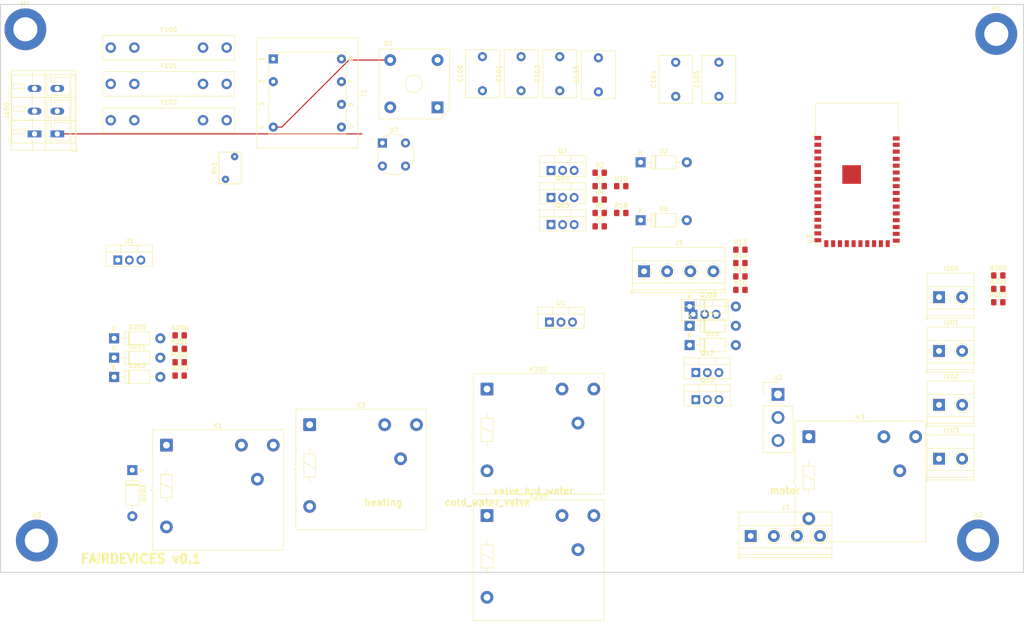
<source format=kicad_pcb>
(kicad_pcb (version 20240108) (generator "pcbnew") (generator_version "8.0")
  (layers (0 "F.Cu" signal) (31 "B.Cu" signal) (34 "B.Paste" user) (35 "F.Paste" user) (36 "B.SilkS" user "B.Silkscreen") (37 "F.SilkS" user "F.Silkscreen") (38 "B.Mask" user) (39 "F.Mask" user) (44 "Edge.Cuts" user))
  (net 0 "")
  (net 1 "Net-(D200-A)")
  (net 2 "Earth_Protective")
  (net 3 "+12V")
  (net 4 "Net-(Q15-A2)")
  (net 5 "Net-(D201-A)")
  (net 6 "Net-(D202-A)")
  (net 7 "Net-(J100-Pin_3)")
  (net 8 "drainpump2")
  (net 9 "drainpump1")
  (net 10 "Net-(C5-Pad2)")
  (net 11 "heating1")
  (net 12 "motorsensor2")
  (net 13 "motorsensor1")
  (net 14 "motor1")
  (net 15 "coldwatervalve2")
  (net 17 "hotwatervalve2")
  (net 19 "AC{slash}L")
  (net 20 "AC{slash}N")
  (net 22 "Net-(D203-A)")
  (net 26 "Trafo-Sek-2")
  (net 34 "Trafo-Sek-1")
  (net 36 "Net-(D2-A)")
  (net 48 "+3.3V")
  (net 52 "Net-(Q200-G)")
  (net 54 "Net-(D6-A)")
  (net 56 "Net-(D7-+)")
  (net 61 "Net-(D8-A)")
  (net 62 "Net-(D9-A)")
  (net 63 "Net-(D10-A)")
  (net 64 "Net-(Q201-G)")
  (net 65 "AC-Heating")
  (net 66 "AC-Motor")
  (net 67 "Net-(Q14-A)")
  (net 68 "Net-(Q2-A)")
  (net 69 "Net-(Q2-G)")
  (net 70 "Net-(Q12-A)")
  (net 71 "Net-(Q12-G)")
  (net 72 "Net-(Q13-A)")
  (net 73 "Net-(Q13-G)")
  (net 74 "Net-(Q14-G)")
  (net 75 "Net-(Q15-G)")
  (net 76 "Net-(Q202-G)")
  (net 77 "CNTL-heating")
  (net 78 "Net-(R4-Pad1)")
  (net 79 "Net-(Q6-G)")
  (net 80 "heatcontrol_n")
  (net 81 "freq")
  (net 82 "heatcontrol_p")
  (net 83 "Net-(Q7-G)")
  (net 84 "Net-(Q203-G)")
  (net 85 "CNTL-coldh2o")
  (net 86 "CNTR-warmh2o")
  (net 87 "heatcurrentsens")
  (net 88 "Net-(Q9-G)")
  (net 89 "motorleftright")
  (net 90 "Net-(Q10-G)")
  (net 91 "motorcontrolpos")
  (net 92 "motorcontrolneg")
  (net 93 "Net-(Q11-G)")
  (net 94 "motorcurrentsensor")
  (net 95 "CNTL-drainpump")
  (net 96 "Net-(Q5-G)")
  (net 97 "heatcontrol")
  (net 98 "sens_temperature")
  (footprint "MountingHole:MountingHole_5.3mm_M5_DIN965_Pad_TopBottom" (layer "F.Cu") (at 33 143)
    (property "Reference" "H3" (at 0 -5.6 0) (layer "F.SilkS"))
    (property "Value" "MountingHole")
    (pad "1" thru_hole circle (at 0 0) (size 5.7 5.7) (drill 5.3) (layers "*.Cu" "*.Mask"))
    (pad "1" connect circle (at 0 0) (size 9.2 9.2) (layers "F.Cu" "F.Mask"))
    (pad "1" connect circle (at 0 0) (size 9.2 9.2) (layers "B.Cu" "B.Mask"))
  )
  (footprint "Capacitor_THT:C_Rect_L10.3mm_W7.2mm_P7.50mm_MKS4" (layer "F.Cu") (at 148 44 90)
    (property "Reference" "C102" (at 3.75 -4.85 90) (layer "F.SilkS"))
    (property "Value" "C")
    (pad "1" thru_hole circle (at 0 0 90) (size 2 2) (drill 1) (layers "*.Cu" "*.Mask") (net 3 "+12V"))
    (pad "2" thru_hole circle (at 7.5 0 90) (size 2 2) (drill 1) (layers "*.Cu" "*.Mask") (net 2 "Earth_Protective"))
  )
  (footprint "Diode_THT:D_DO-41_SOD81_P10.16mm_Horizontal" (layer "F.Cu") (at 176.56 99.99)
    (property "Reference" "D10" (at 5.08 -2.47 0) (layer "F.SilkS"))
    (property "Value" "1N4001")
    (fp_text user "K" (at 0 -2.1 0) (layer "F.SilkS"))
    (pad "1" thru_hole rect (at 0 0) (size 2.2 2.2) (drill 1.1) (layers "*.Cu" "*.Mask") (net 3 "+12V"))
    (pad "2" thru_hole oval (at 10.16 0) (size 2.2 2.2) (drill 1.1) (layers "*.Cu" "*.Mask") (net 63 "Net-(D10-A)"))
  )
  (footprint "Resistor_SMD:R_0805_2012Metric_Pad1.20x1.40mm_HandSolder" (layer "F.Cu") (at 156.78 70.9)
    (property "Reference" "R5" (at 0 -1.65 0) (layer "F.SilkS"))
    (property "Value" "R_Small")
    (pad "1" smd roundrect (at -1 0) (size 1.2 1.4) (layers "F.Cu" "F.Paste" "F.Mask") (roundrect_rratio 0.208333) (net 80 "heatcontrol_n"))
    (pad "2" smd roundrect (at 1 0) (size 1.2 1.4) (layers "F.Cu" "F.Paste" "F.Mask") (roundrect_rratio 0.208333) (net 79 "Net-(Q6-G)"))
  )
  (footprint "Capacitor_THT:C_Rect_L10.3mm_W7.2mm_P7.50mm_MKS4" (layer "F.Cu") (at 156.5 44.245 90)
    (property "Reference" "C103" (at 3.75 -4.85 90) (layer "F.SilkS"))
    (property "Value" "C")
    (pad "1" thru_hole circle (at 0 0 90) (size 2 2) (drill 1) (layers "*.Cu" "*.Mask") (net 3 "+12V"))
    (pad "2" thru_hole circle (at 7.5 0 90) (size 2 2) (drill 1) (layers "*.Cu" "*.Mask") (net 2 "Earth_Protective"))
  )
  (footprint "Diode_THT:Diode_Bridge_Round_D8.9mm" (layer "F.Cu") (at 109 55.5)
    (property "Reference" "D7" (at 2.54 -2.794 0) (layer "F.SilkS"))
    (property "Value" "D_Bridge_+-AA")
    (pad "1" thru_hole rect (at 0 0) (size 2 2) (drill 1) (layers "*.Cu" "*.Mask") (net 56 "Net-(D7-+)"))
    (pad "2" thru_hole oval (at 0 5.08) (size 2 2) (drill 1) (layers "*.Cu" "*.Mask") (net 2 "Earth_Protective"))
    (pad "3" thru_hole oval (at 5.08 5.08) (size 2 2) (drill 1) (layers "*.Cu" "*.Mask") (net 34 "Trafo-Sek-1"))
    (pad "4" thru_hole oval (at 5.08 0) (size 2 2) (drill 1) (layers "*.Cu" "*.Mask") (net 34 "Trafo-Sek-1"))
  )
  (footprint "MountingHole:MountingHole_5.3mm_M5_DIN965_Pad_TopBottom" (layer "F.Cu") (at 240 143)
    (property "Reference" "H2" (at 0 -5.6 0) (layer "F.SilkS"))
    (property "Value" "MountingHole")
    (pad "1" thru_hole circle (at 0 0) (size 5.7 5.7) (drill 5.3) (layers "*.Cu" "*.Mask"))
    (pad "1" connect circle (at 0 0) (size 9.2 9.2) (layers "F.Cu" "F.Mask"))
    (pad "1" connect circle (at 0 0) (size 9.2 9.2) (layers "B.Cu" "B.Mask"))
  )
  (footprint "Package_TO_SOT_THT:TO-220-3_Vertical" (layer "F.Cu") (at 177.92 112)
    (property "Reference" "Q13" (at 2.54 -4.27 0) (layer "F.SilkS"))
    (property "Value" "TIC126")
    (pad "1" thru_hole rect (at 0 0) (size 1.905 2) (drill 1.1) (layers "*.Cu" "*.Mask") (net 70 "Net-(Q12-A)"))
    (pad "2" thru_hole oval (at 2.54 0) (size 1.905 2) (drill 1.1) (layers "*.Cu" "*.Mask") (net 72 "Net-(Q13-A)"))
    (pad "3" thru_hole oval (at 5.08 0) (size 1.905 2) (drill 1.1) (layers "*.Cu" "*.Mask") (net 73 "Net-(Q13-G)"))
  )
  (footprint "Resistor_SMD:R_0805_2012Metric_Pad1.20x1.40mm_HandSolder" (layer "F.Cu") (at 156.78 73.85)
    (property "Reference" "R7" (at 0 -1.65 0) (layer "F.SilkS"))
    (property "Value" "R_Small")
    (pad "1" smd roundrect (at -1 0) (size 1.2 1.4) (layers "F.Cu" "F.Paste" "F.Mask") (roundrect_rratio 0.208333) (net 82 "heatcontrol_p"))
    (pad "2" smd roundrect (at 1 0) (size 1.2 1.4) (layers "F.Cu" "F.Paste" "F.Mask") (roundrect_rratio 0.208333) (net 83 "Net-(Q7-G)"))
  )
  (footprint "MountingHole:MountingHole_5.3mm_M5_DIN965_Pad_TopBottom" (layer "F.Cu") (at 30.48 30.48)
    (property "Reference" "H4" (at 0 -5.6 0) (layer "F.SilkS"))
    (property "Value" "MountingHole")
    (pad "1" thru_hole circle (at 0 0) (size 5.7 5.7) (drill 5.3) (layers "*.Cu" "*.Mask"))
    (pad "1" connect circle (at 0 0) (size 9.2 9.2) (layers "F.Cu" "F.Mask"))
    (pad "1" connect circle (at 0 0) (size 9.2 9.2) (layers "B.Cu" "B.Mask"))
  )
  (footprint "Resistor_SMD:R_0805_2012Metric_Pad1.20x1.40mm_HandSolder" (layer "F.Cu") (at 187.73 81.93)
    (property "Reference" "R14" (at 0 -1.65 0) (layer "F.SilkS"))
    (property "Value" "R_Small")
    (pad "1" smd roundrect (at -1 0) (size 1.2 1.4) (layers "F.Cu" "F.Paste" "F.Mask") (roundrect_rratio 0.208333) (net 91 "motorcontrolpos"))
    (pad "2" smd roundrect (at 1 0) (size 1.2 1.4) (layers "F.Cu" "F.Paste" "F.Mask") (roundrect_rratio 0.208333) (net 90 "Net-(Q10-G)"))
  )
  (footprint "TerminalBlock_Phoenix:TerminalBlock_Phoenix_MKDS-1,5-4-5.08_1x04_P5.08mm_Horizontal" (layer "F.Cu") (at 190 142)
    (property "Reference" "J3" (at 7.62 -6.26 0) (layer "F.SilkS"))
    (property "Value" "Conn_01x04_Female")
    (pad "1" thru_hole rect (at 0 0) (size 2.6 2.6) (drill 1.3) (layers "*.Cu" "*.Mask") (net 12 "motorsensor2"))
    (pad "2" thru_hole circle (at 5.08 0) (size 2.6 2.6) (drill 1.3) (layers "*.Cu" "*.Mask") (net 13 "motorsensor1"))
    (pad "3" thru_hole circle (at 10.16 0) (size 2.6 2.6) (drill 1.3) (layers "*.Cu" "*.Mask") (net 20 "AC{slash}N"))
    (pad "4" thru_hole circle (at 15.24 0) (size 2.6 2.6) (drill 1.3) (layers "*.Cu" "*.Mask") (net 14 "motor1"))
  )
  (footprint "Relay_THT:Relay_SPDT_Finder_40.11" (layer "F.Cu") (at 93 117.5)
    (property "Reference" "K2" (at 11.35 -4.3 0) (layer "F.SilkS"))
    (property "Value" "Relay_SPDT")
    (pad "11" thru_hole circle (at 20 7.5) (size 2.8 2.8) (drill 1.5) (layers "*.Cu" "*.Mask") (net 17 "hotwatervalve2"))
    (pad "12" thru_hole circle (at 16.5 0) (size 2.8 2.8) (drill 1.5) (layers "*.Cu" "*.Mask"))
    (pad "14" thru_hole circle (at 23.5 0) (size 2.8 2.8) (drill 1.5) (layers "*.Cu" "*.Mask") (net 19 "AC{slash}L"))
    (pad "A1" thru_hole roundrect (at 0 0) (size 2.8 2.8) (drill 1.5) (layers "*.Cu" "*.Mask") (roundrect_rratio 0.08928571429) (net 3 "+12V"))
    (pad "A2" thru_hole circle (at 0 18) (size 2.8 2.8) (drill 1.5) (layers "*.Cu" "*.Mask") (net 5 "Net-(D201-A)"))
  )
  (footprint "Resistor_SMD:R_0805_2012Metric_Pad1.20x1.40mm_HandSolder" (layer "F.Cu") (at 156.78 62.05)
    (property "Reference" "R2" (at 0 -1.65 0) (layer "F.SilkS"))
    (property "Value" "R_Small")
    (pad "1" smd roundrect (at -1 0) (size 1.2 1.4) (layers "F.Cu" "F.Paste" "F.Mask") (roundrect_rratio 0.208333) (net 75 "Net-(Q15-G)"))
    (pad "2" smd roundrect (at 1 0) (size 1.2 1.4) (layers "F.Cu" "F.Paste" "F.Mask") (roundrect_rratio 0.208333) (net 11 "heating1"))
  )
  (footprint "Package_TO_SOT_THT:TO-220-3_Vertical" (layer "F.Cu") (at 146.09 73.47)
    (property "Reference" "Q15" (at 2.54 -4.27 0) (layer "F.SilkS"))
    (property "Value" "BT138-600")
    (pad "1" thru_hole rect (at 0 0) (size 1.905 2) (drill 1.1) (layers "*.Cu" "*.Mask") (net 11 "heating1"))
    (pad "2" thru_hole oval (at 2.54 0) (size 1.905 2) (drill 1.1) (layers "*.Cu" "*.Mask") (net 4 "Net-(Q15-A2)"))
    (pad "3" thru_hole oval (at 5.08 0) (size 1.905 2) (drill 1.1) (layers "*.Cu" "*.Mask") (net 75 "Net-(Q15-G)"))
  )
  (footprint "Resistor_SMD:R_0805_2012Metric_Pad1.20x1.40mm_HandSolder" (layer "F.Cu") (at 64.41 103.75)
    (property "Reference" "R202" (at 0 -1.65 0) (layer "F.SilkS"))
    (property "Value" "R_Small")
    (pad "1" smd roundrect (at -1 0) (size 1.2 1.4) (layers "F.Cu" "F.Paste" "F.Mask") (roundrect_rratio 0.208333) (net 77 "CNTL-heating"))
    (pad "2" smd roundrect (at 1 0) (size 1.2 1.4) (layers "F.Cu" "F.Paste" "F.Mask") (roundrect_rratio 0.208333) (net 76 "Net-(Q202-G)"))
  )
  (footprint "Resistor_SMD:R_0805_2012Metric_Pad1.20x1.40mm_HandSolder" (layer "F.Cu") (at 64.41 100.8)
    (property "Reference" "R201" (at 0 -1.65 0) (layer "F.SilkS"))
    (property "Value" "R_Small")
    (pad "1" smd roundrect (at -1 0) (size 1.2 1.4) (layers "F.Cu" "F.Paste" "F.Mask") (roundrect_rratio 0.208333) (net 86 "CNTR-warmh2o"))
    (pad "2" smd roundrect (at 1 0) (size 1.2 1.4) (layers "F.Cu" "F.Paste" "F.Mask") (roundrect_rratio 0.208333) (net 64 "Net-(Q201-G)"))
  )
  (footprint "Resistor_SMD:R_0805_2012Metric_Pad1.20x1.40mm_HandSolder" (layer "F.Cu") (at 64.41 106.7)
    (property "Reference" "R203" (at 0 -1.65 0) (layer "F.SilkS"))
    (property "Value" "R_Small")
    (pad "1" smd roundrect (at -1 0) (size 1.2 1.4) (layers "F.Cu" "F.Paste" "F.Mask") (roundrect_rratio 0.208333) (net 95 "CNTL-drainpump"))
    (pad "2" smd roundrect (at 1 0) (size 1.2 1.4) (layers "F.Cu" "F.Paste" "F.Mask") (roundrect_rratio 0.208333) (net 84 "Net-(Q203-G)"))
  )
  (footprint "Package_TO_SOT_THT:TO-220-3_Vertical" (layer "F.Cu") (at 177.92 106.04)
    (property "Reference" "Q12" (at 2.54 -4.27 0) (layer "F.SilkS"))
    (property "Value" "TIC126")
    (pad "1" thru_hole rect (at 0 0) (size 1.905 2) (drill 1.1) (layers "*.Cu" "*.Mask") (net 14 "motor1"))
    (pad "2" thru_hole oval (at 2.54 0) (size 1.905 2) (drill 1.1) (layers "*.Cu" "*.Mask") (net 70 "Net-(Q12-A)"))
    (pad "3" thru_hole oval (at 5.08 0) (size 1.905 2) (drill 1.1) (layers "*.Cu" "*.Mask") (net 71 "Net-(Q12-G)"))
  )
  (footprint "Package_TO_SOT_THT:TO-220-3_Vertical" (layer "F.Cu") (at 177.34 93.22)
    (property "Reference" "Q2" (at 2.54 -4.27 0) (layer "F.SilkS"))
    (property "Value" "TIC126")
    (pad "1" thru_hole rect (at 0 0) (size 1.905 2) (drill 1.1) (layers "*.Cu" "*.Mask") (net 67 "Net-(Q14-A)"))
    (pad "2" thru_hole oval (at 2.54 0) (size 1.905 2) (drill 1.1) (layers "*.Cu" "*.Mask") (net 68 "Net-(Q2-A)"))
    (pad "3" thru_hole oval (at 5.08 0) (size 1.905 2) (drill 1.1) (layers "*.Cu" "*.Mask") (net 69 "Net-(Q2-G)"))
  )
  (footprint "Package_TO_SOT_THT:TO-220-3_Vertical" (layer "F.Cu") (at 146.09 67.51)
    (property "Reference" "Q14" (at 2.54 -4.27 0) (layer "F.SilkS"))
    (property "Value" "TIC126")
    (pad "1" thru_hole rect (at 0 0) (size 1.905 2) (drill 1.1) (layers "*.Cu" "*.Mask") (net 11 "heating1"))
    (pad "2" thru_hole oval (at 2.54 0) (size 1.905 2) (drill 1.1) (layers "*.Cu" "*.Mask") (net 67 "Net-(Q14-A)"))
    (pad "3" thru_hole oval (at 5.08 0) (size 1.905 2) (drill 1.1) (layers "*.Cu" "*.Mask") (net 74 "Net-(Q14-G)"))
  )
  (footprint "Fuse:Fuseholder_Littelfuse_445_030_series_5x25mm" (layer "F.Cu") (at 49.25 42.5)
    (property "Reference" "F101" (at 12.75 -3.95 0) (layer "F.SilkS"))
    (property "Value" "Fuse")
    (pad "1" thru_hole circle (at 0 0) (size 2.3 2.3) (drill 1.3) (layers "*.Cu" "*.Mask") (net 7 "Net-(J100-Pin_3)"))
    (pad "1" thru_hole circle (at 5.2 0) (size 2.3 2.3) (drill 1.3) (layers "*.Cu" "*.Mask") (net 7 "Net-(J100-Pin_3)"))
    (pad "2" thru_hole circle (at 20.3 0) (size 2.3 2.3) (drill 1.3) (layers "*.Cu" "*.Mask") (net 65 "AC-Heating"))
    (pad "2" thru_hole circle (at 25.5 0) (size 2.3 2.3) (drill 1.3) (layers "*.Cu" "*.Mask") (net 65 "AC-Heating"))
  )
  (footprint "Capacitor_THT:C_Rect_L10.3mm_W7.2mm_P7.50mm_MKS4" (layer "F.Cu") (at 139.5 44 90)
    (property "Reference" "C101" (at 3.75 -4.85 90) (layer "F.SilkS"))
    (property "Value" "C")
    (pad "1" thru_hole circle (at 0 0 90) (size 2 2) (drill 1) (layers "*.Cu" "*.Mask") (net 3 "+12V"))
    (pad "2" thru_hole circle (at 7.5 0 90) (size 2 2) (drill 1) (layers "*.Cu" "*.Mask") (net 2 "Earth_Protective"))
  )
  (footprint "Package_TO_SOT_THT:TO-220-3_Vertical" (layer "F.Cu") (at 145.73 94.93)
    (property "Reference" "U1" (at 2.54 -4.27 0) (layer "F.SilkS"))
    (property "Value" "LF50_TO220")
    (pad "1" thru_hole rect (at 0 0) (size 1.905 2) (drill 1.1) (layers "*.Cu" "*.Mask") (net 3 "+12V"))
    (pad "2" thru_hole oval (at 2.54 0) (size 1.905 2) (drill 1.1) (layers "*.Cu" "*.Mask") (net 2 "Earth_Protective"))
    (pad "3" thru_hole oval (at 5.08 0) (size 1.905 2) (drill 1.1) (layers "*.Cu" "*.Mask") (net 48 "+3.3V"))
  )
  (footprint "Capacitor_THT:C_Rect_L10.3mm_W7.2mm_P7.50mm_MKS4" (layer "F.Cu") (at 173.5 45.245 90)
    (property "Reference" "C104" (at 3.75 -4.85 90) (layer "F.SilkS"))
    (property "Value" "C")
    (pad "1" thru_hole circle (at 0 0 90) (size 2 2) (drill 1) (layers "*.Cu" "*.Mask") (net 48 "+3.3V"))
    (pad "2" thru_hole circle (at 7.5 0 90) (size 2 2) (drill 1) (layers "*.Cu" "*.Mask") (net 2 "Earth_Protective"))
  )
  (footprint "Resistor_SMD:R_0805_2012Metric_Pad1.20x1.40mm_HandSolder" (layer "F.Cu") (at 161.53 65)
    (property "Reference" "R10" (at 0 -1.65 0) (layer "F.SilkS"))
    (property "Value" "R_Small")
    (pad "1" smd roundrect (at -1 0) (size 1.2 1.4) (layers "F.Cu" "F.Paste" "F.Mask") (roundrect_rratio 0.208333) (net 2 "Earth_Protective"))
    (pad "2" smd roundrect (at 1 0) (size 1.2 1.4) (layers "F.Cu" "F.Paste" "F.Mask") (roundrect_rratio 0.208333) (net 87 "heatcurrentsens"))
  )
  (footprint "Resistor_SMD:R_0805_2012Metric_Pad1.20x1.40mm_HandSolder" (layer "F.Cu") (at 244.45 90.56)
    (property "Reference" "R302" (at 0 -1.65 0) (layer "F.SilkS"))
    (property "Value" "R_Small")
    (pad "1" smd roundrect (at -1 0) (size 1.2 1.4) (layers "F.Cu" "F.Paste" "F.Mask") (roundrect_rratio 0.208333) (net 48 "+3.3V"))
    (pad "2" smd roundrect (at 1 0) (size 1.2 1.4) (layers "F.Cu" "F.Paste" "F.Mask") (roundrect_rratio 0.208333) (net 98 "sens_temperature"))
  )
  (footprint "Diode_THT:D_DO-41_SOD81_P10.16mm_Horizontal" (layer "F.Cu") (at 54 127.5 -90)
    (property "Reference" "D203" (at 5.08 -2.47 90) (layer "F.SilkS"))
    (property "Value" "1N4001")
    (fp_text user "K" (at 0 -2.1 90) (layer "F.SilkS"))
    (pad "1" thru_hole rect (at 0 0 270) (size 2.2 2.2) (drill 1.1) (layers "*.Cu" "*.Mask") (net 3 "+12V"))
    (pad "2" thru_hole oval (at 10.16 0 270) (size 2.2 2.2) (drill 1.1) (layers "*.Cu" "*.Mask") (net 22 "Net-(D203-A)"))
  )
  (footprint "Diode_THT:D_DO-41_SOD81_P10.16mm_Horizontal" (layer "F.Cu") (at 50 98.5)
    (property "Reference" "D200" (at 5.08 -2.47 0) (layer "F.SilkS"))
    (property "Value" "1N4001")
    (fp_text user "K" (at 0 -2.1 0) (layer "F.SilkS"))
    (pad "1" thru_hole rect (at 0 0) (size 2.2 2.2) (drill 1.1) (layers "*.Cu" "*.Mask") (net 3 "+12V"))
    (pad "2" thru_hole oval (at 10.16 0) (size 2.2 2.2) (drill 1.1) (layers "*.Cu" "*.Mask") (net 1 "Net-(D200-A)"))
  )
  (footprint "Relay_THT:Relay_SPDT_Finder_40.11" (layer "F.Cu") (at 132 137.5)
    (property "Reference" "K203" (at 11.35 -4.3 0) (layer "F.SilkS"))
    (property "Value" "AZ850-x")
    (pad "11" thru_hole circle (at 20 7.5) (size 2.8 2.8) (drill 1.5) (layers "*.Cu" "*.Mask"))
    (pad "12" thru_hole circle (at 16.5 0) (size 2.8 2.8) (drill 1.5) (layers "*.Cu" "*.Mask"))
    (pad "14" thru_hole circle (at 23.5 0) (size 2.8 2.8) (drill 1.5) (layers "*.Cu" "*.Mask"))
    (pad "A1" thru_hole roundrect (at 0 0) (size 2.8 2.8) (drill 1.5) (layers "*.Cu" "*.Mask") (roundrect_rratio 0.08928571429))
    (pad "A2" thru_hole circle (at 0 18) (size 2.8 2.8) (drill 1.5) (layers "*.Cu" "*.Mask"))
  )
  (footprint "Resistor_SMD:R_0805_2012Metric_Pad1.20x1.40mm_HandSolder" (layer "F.Cu") (at 187.73 84.88)
    (property "Reference" "R15" (at 0 -1.65 0) (layer "F.SilkS"))
    (property "Value" "R_Small")
    (pad "1" smd roundrect (at -1 0) (size 1.2 1.4) (layers "F.Cu" "F.Paste" "F.Mask") (roundrect_rratio 0.208333) (net 92 "motorcontrolneg"))
    (pad "2" smd roundrect (at 1 0) (size 1.2 1.4) (layers "F.Cu" "F.Paste" "F.Mask") (roundrect_rratio 0.208333) (net 93 "Net-(Q11-G)"))
  )
  (footprint "Resistor_SMD:R_0805_2012Metric_Pad1.20x1.40mm_HandSolder" (layer "F.Cu") (at 156.78 67.95)
    (property "Reference" "R4" (at 0 -1.65 0) (layer "F.SilkS"))
    (property "Value" "R_Small")
    (pad "1" smd roundrect (at -1 0) (size 1.2 1.4) (layers "F.Cu" "F.Paste" "F.Mask") (roundrect_rratio 0.208333) (net 78 "Net-(R4-Pad1)"))
    (pad "2" smd roundrect (at 1 0) (size 1.2 1.4) (layers "F.Cu" "F.Paste" "F.Mask") (roundrect_rratio 0.208333) (net 4 "Net-(Q15-A2)"))
  )
  (footprint "Diode_THT:D_DO-41_SOD81_P10.16mm_Horizontal" (layer "F.Cu") (at 176.56 95.74)
    (property "Reference" "D9" (at 5.08 -2.47 0) (layer "F.SilkS"))
    (property "Value" "1N4001")
    (fp_text user "K" (at 0 -2.1 0) (layer "F.SilkS"))
    (pad "1" thru_hole rect (at 0 0) (size 2.2 2.2) (drill 1.1) (layers "*.Cu" "*.Mask") (net 3 "+12V"))
    (pad "2" thru_hole oval (at 10.16 0) (size 2.2 2.2) (drill 1.1) (layers "*.Cu" "*.Mask") (net 62 "Net-(D9-A)"))
  )
  (footprint "Diode_THT:D_DO-41_SOD81_P10.16mm_Horizontal" (layer "F.Cu") (at 176.56 91.49)
    (property "Reference" "D8" (at 5.08 -2.47 0) (layer "F.SilkS"))
    (property "Value" "1N4001")
    (fp_text user "K" (at 0 -2.1 0) (layer "F.SilkS"))
    (pad "1" thru_hole rect (at 0 0) (size 2.2 2.2) (drill 1.1) (layers "*.Cu" "*.Mask") (net 3 "+12V"))
    (pad "2" thru_hole oval (at 10.16 0) (size 2.2 2.2) (drill 1.1) (layers "*.Cu" "*.Mask") (net 61 "Net-(D8-A)"))
  )
  (footprint "Fuse:Fuseholder_Littelfuse_445_030_series_5x25mm" (layer "F.Cu") (at 49.25 50.5)
    (property "Reference" "F102" (at 12.75 -3.95 0) (layer "F.SilkS"))
    (property "Value" "Fuse")
    (pad "1" thru_hole circle (at 0 0) (size 2.3 2.3) (drill 1.3) (layers "*.Cu" "*.Mask") (net 7 "Net-(J100-Pin_3)"))
    (pad "1" thru_hole circle (at 5.2 0) (size 2.3 2.3) (drill 1.3) (layers "*.Cu" "*.Mask") (net 7 "Net-(J100-Pin_3)"))
    (pad "2" thru_hole circle (at 20.3 0) (size 2.3 2.3) (drill 1.3) (layers "*.Cu" "*.Mask") (net 66 "AC-Motor"))
    (pad "2" thru_hole circle (at 25.5 0) (size 2.3 2.3) (drill 1.3) (layers "*.Cu" "*.Mask") (net 66 "AC-Motor"))
  )
  (footprint "Capacitor_THT:C_Rect_L10.3mm_W7.2mm_P7.50mm_MKS4" (layer "F.Cu") (at 183 45.245 90)
    (property "Reference" "C105" (at 3.75 -4.85 90) (layer "F.SilkS"))
    (property "Value" "C")
    (pad "1" thru_hole circle (at 0 0 90) (size 2 2) (drill 1) (layers "*.Cu" "*.Mask") (net 48 "+3.3V"))
    (pad "2" thru_hole circle (at 7.5 0 90) (size 2 2) (drill 1) (layers "*.Cu" "*.Mask") (net 2 "Earth_Protective"))
  )
  (footprint "Resistor_SMD:R_0805_2012Metric_Pad1.20x1.40mm_HandSolder" (layer "F.Cu") (at 244.45 87.61)
    (property "Reference" "R301" (at 0 -1.65 0) (layer "F.SilkS"))
    (property "Value" "R_Small")
    (pad "1" smd roundrect (at -1 0) (size 1.2 1.4) (layers "F.Cu" "F.Paste" "F.Mask") (roundrect_rratio 0.208333) (net 81 "freq"))
    (pad "2" smd roundrect (at 1 0) (size 1.2 1.4) (layers "F.Cu" "F.Paste" "F.Mask") (roundrect_rratio 0.208333) (net 2 "Earth_Protective"))
  )
  (footprint "Resistor_SMD:R_0805_2012Metric_Pad1.20x1.40mm_HandSolder" (layer "F.Cu") (at 161.53 70.9)
    (property "Reference" "R18" (at 0 -1.65 0) (layer "F.SilkS"))
    (property "Value" "R_Small")
    (pad "1" smd roundrect (at -1 0) (size 1.2 1.4) (layers "F.Cu" "F.Paste" "F.Mask") (roundrect_rratio 0.208333) (net 97 "heatcontrol"))
    (pad "2" smd roundrect (at 1 0) (size 1.2 1.4) (layers "F.Cu" "F.Paste" "F.Mask") (roundrect_rratio 0.208333) (net 96 "Net-(Q5-G)"))
  )
  (footprint "TerminalBlock_Phoenix:TerminalBlock_Phoenix_MKDS-1,5-4-5.08_1x04_P5.08mm_Horizontal" (layer "F.Cu") (at 166.55 83.74)
    (property "Reference" "J3" (at 7.62 -6.26 0) (layer "F.SilkS"))
    (property "Value" "Conn_01x04_Female")
    (pad "1" thru_hole rect (at 0 0) (size 2.6 2.6) (drill 1.3) (layers "*.Cu" "*.Mask") (net 12 "motorsensor2"))
    (pad "2" thru_hole circle (at 5.08 0) (size 2.6 2.6) (drill 1.3) (layers "*.Cu" "*.Mask") (net 13 "motorsensor1"))
    (pad "3" thru_hole circle (at 10.16 0) (size 2.6 2.6) (drill 1.3) (layers "*.Cu" "*.Mask") (net 20 "AC{slash}N"))
    (pad "4" thru_hole circle (at 15.24 0) (size 2.6 2.6) (drill 1.3) (layers "*.Cu" "*.Mask") (net 14 "motor1"))
  )
  (footprint "Resistor_SMD:R_0805_2012Metric_Pad1.20x1.40mm_HandSolder" (layer "F.Cu") (at 64.41 97.85)
    (property "Reference" "R200" (at 0 -1.65 0) (layer "F.SilkS"))
    (property "Value" "R_Small")
    (pad "1" smd roundrect (at -1 0) (size 1.2 1.4) (layers "F.Cu" "F.Paste" "F.Mask") (roundrect_rratio 0.208333) (net 85 "CNTL-coldh2o"))
    (pad "2" smd roundrect (at 1 0) (size 1.2 1.4) (layers "F.Cu" "F.Paste" "F.Mask") (roundrect_rratio 0.208333) (net 52 "Net-(Q200-G)"))
  )
  (footprint "Capacitor_THT:C_Rect_L10.3mm_W7.2mm_P7.50mm_MKS4" (layer "F.Cu") (at 131 44 90)
    (property "Reference" "C100" (at 3.75 -4.85 90) (layer "F.SilkS"))
    (property "Value" "C")
    (pad "1" thru_hole circle (at 0 0 90) (size 2 2) (drill 1) (layers "*.Cu" "*.Mask") (net 3 "+12V"))
    (pad "2" thru_hole circle (at 7.5 0 90) (size 2 2) (drill 1) (layers "*.Cu" "*.Mask") (net 2 "Earth_Protective"))
  )
  (footprint "TerminalBlock_WAGO:TerminalBlock_WAGO_236-403_1x03_P5.00mm_45Degree" (layer "F.Cu") (at 32.5 53.5 90)
    (property "Reference" "J100" (at 5.15 -6.12 90) (layer "F.SilkS"))
    (property "Value" "Conn_01x03_Female")
    (pad "1" thru_hole rect (at 0 0 90) (size 1.5 3) (drill 1.15) (layers "*.Cu" "*.Mask") (net 2 "Earth_Protective"))
    (pad "1" thru_hole rect (at 0 5 90) (size 1.5 3) (drill 1.15) (layers "*.Cu" "*.Mask") (net 2 "Earth_Protective"))
    (pad "2" thru_hole oval (at 5 0 90) (size 1.5 3) (drill 1.15) (layers "*.Cu" "*.Mask") (net 20 "AC{slash}N"))
    (pad "2" thru_hole oval (at 5 5 90) (size 1.5 3) (drill 1.15) (layers "*.Cu" "*.Mask") (net 20 "AC{slash}N"))
    (pad "3" thru_hole oval (at 10 0 90) (size 1.5 3) (drill 1.15) (layers "*.Cu" "*.Mask") (net 7 "Net-(J100-Pin_3)"))
    (pad "3" thru_hole oval (at 10 5 90) (size 1.5 3) (drill 1.15) (layers "*.Cu" "*.Mask") (net 7 "Net-(J100-Pin_3)"))
  )
  (footprint "Resistor_SMD:R_0805_2012Metric_Pad1.20x1.40mm_HandSolder" (layer "F.Cu") (at 244.45 84.66)
    (property "Reference" "R300" (at 0 -1.65 0) (layer "F.SilkS"))
    (property "Value" "R_Small")
    (pad "1" smd roundrect (at -1 0) (size 1.2 1.4) (layers "F.Cu" "F.Paste" "F.Mask") (roundrect_rratio 0.208333) (net 56 "Net-(D7-+)"))
    (pad "2" smd roundrect (at 1 0) (size 1.2 1.4) (layers "F.Cu" "F.Paste" "F.Mask") (roundrect_rratio 0.208333) (net 81 "freq"))
  )
  (footprint "TerminalBlock_Phoenix:TerminalBlock_Phoenix_MKDS-1,5-2-5.08_1x02_P5.08mm_Horizontal" (layer "F.Cu") (at 231.42 101.28)
    (property "Reference" "J201" (at 2.54 -6.26 0) (layer "F.SilkS"))
    (property "Value" "Conn_01x02_Female")
    (pad "1" thru_hole rect (at 0 0) (size 2.6 2.6) (drill 1.3) (layers "*.Cu" "*.Mask") (net 17 "hotwatervalve2"))
    (pad "2" thru_hole circle (at 5.08 0) (size 2.6 2.6) (drill 1.3) (layers "*.Cu" "*.Mask") (net 20 "AC{slash}N"))
  )
  (footprint "Diode_THT:D_DO-41_SOD81_P10.16mm_Horizontal" (layer "F.Cu") (at 50 107)
    (property "Reference" "D202" (at 5.08 -2.47 0) (layer "F.SilkS"))
    (property "Value" "1N4001")
    (fp_text user "K" (at 0 -2.1 0) (layer "F.SilkS"))
    (pad "1" thru_hole rect (at 0 0) (size 2.2 2.2) (drill 1.1) (layers "*.Cu" "*.Mask") (net 3 "+12V"))
    (pad "2" thru_hole oval (at 10.16 0) (size 2.2 2.2) (drill 1.1) (layers "*.Cu" "*.Mask") (net 6 "Net-(D202-A)"))
  )
  (footprint "Diode_THT:D_DO-41_SOD81_P10.16mm_Horizontal" (layer "F.Cu") (at 50 102.75)
    (property "Reference" "D201" (at 5.08 -2.47 0) (layer "F.SilkS"))
    (property "Value" "1N4001")
    (fp_text user "K" (at 0 -2.1 0) (layer "F.SilkS"))
    (pad "1" thru_hole rect (at 0 0) (size 2.2 2.2) (drill 1.1) (layers "*.Cu" "*.Mask") (net 3 "+12V"))
    (pad "2" thru_hole oval (at 10.16 0) (size 2.2 2.2) (drill 1.1) (layers "*.Cu" "*.Mask") (net 5 "Net-(D201-A)"))
  )
  (footprint "TerminalBlock_Phoenix:TerminalBlock_Phoenix_MKDS-1,5-2-5.08_1x02_P5.08mm_Horizontal" (layer "F.Cu") (at 231.42 113.14)
    (property "Reference" "J202" (at 2.54 -6.26 0) (layer "F.SilkS"))
    (property "Value" "Conn_01x02_Female")
    (pad "1" thru_hole rect (at 0 0) (size 2.6 2.6) (drill 1.3) (layers "*.Cu" "*.Mask") (net 20 "AC{slash}N"))
    (pad "2" thru_hole circle (at 5.08 0) (size 2.6 2.6) (drill 1.3) (layers "*.Cu" "*.Mask") (net 11 "heating1"))
  )
  (footprint "Relay_THT:Relay_SPDT_Finder_40.11" (layer "F.Cu") (at 202.772206 120.15)
    (property "Reference" "K3" (at 11.35 -4.3 0) (layer "F.SilkS"))
    (property "Value" "AZ850-x")
    (pad "11" thru_hole circle (at 20 7.5) (size 2.8 2.8) (drill 1.5) (layers "*.Cu" "*.Mask"))
    (pad "12" thru_hole circle (at 16.5 0) (size 2.8 2.8) (drill 1.5) (layers "*.Cu" "*.Mask"))
    (pad "14" thru_hole circle (at 23.5 0) (size 2.8 2.8) (drill 1.5) (layers "*.Cu" "*.Mask"))
    (pad "A1" thru_hole roundrect (at 0 0) (size 2.8 2.8) (drill 1.5) (layers "*.Cu" "*.Mask") (roundrect_rratio 0.08928571429))
    (pad "A2" thru_hole circle (at 0 18) (size 2.8 2.8) (drill 1.5) (layers "*.Cu" "*.Mask"))
  )
  (footprint "Diode_THT:Diode_Bridge_Vishay_KBPC6" (layer "F.Cu") (at 121.125 47.65 180)
    (property "Reference" "D1" (at 10.75 14.05 0) (layer "F.SilkS"))
    (property "Value" "D_Bridge_+-AA")
    (pad "1" thru_hole rect (at 0 0 180) (size 2.6 2.6) (drill 1.3) (layers "*.Cu" "*.Mask") (net 3 "+12V"))
    (pad "2" thru_hole circle (at 0 10.4 180) (size 2.6 2.6) (drill 1.3) (layers "*.Cu" "*.Mask") (net 2 "Earth_Protective"))
    (pad "3" thru_hole circle (at 10.4 10.4 180) (size 2.6 2.6) (drill 1.3) (layers "*.Cu" "*.Mask") (net 34 "Trafo-Sek-1"))
    (pad "4" thru_hole circle (at 10.4 0 180) (size 2.6 2.6) (drill 1.3) (layers "*.Cu" "*.Mask") (net 26 "Trafo-Sek-2"))
  )
  (footprint "RF_Module:ESP32-S2-WROVER" (layer "F.Cu") (at 213.375 66.175)
    (property "Reference" "U3" (at -10.41 10.53 90) (layer "F.SilkS"))
    (property "Value" "ESP32-S2-WROVER")
    (pad "1" smd rect (at -8.625 -11.775) (size 1.5 0.9) (layers "F.Cu" "F.Paste" "F.Mask") (net 2 "Earth_Protective"))
    (pad "2" smd rect (at -8.625 -10.275) (size 1.5 0.9) (layers "F.Cu" "F.Paste" "F.Mask") (net 48 "+3.3V"))
    (pad "3" smd rect (at -8.625 -8.775) (size 1.5 0.9) (layers "F.Cu" "F.Paste" "F.Mask"))
    (pad "4" smd rect (at -8.625 -7.275) (size 1.5 0.9) (layers "F.Cu" "F.Paste" "F.Mask"))
    (pad "5" smd rect (at -8.625 -5.775) (size 1.5 0.9) (layers "F.Cu" "F.Paste" "F.Mask") (net 81 "freq"))
    (pad "6" smd rect (at -8.625 -4.275) (size 1.5 0.9) (layers "F.Cu" "F.Paste" "F.Mask"))
    (pad "7" smd rect (at -8.625 -2.775) (size 1.5 0.9) (layers "F.Cu" "F.Paste" "F.Mask"))
    (pad "8" smd rect (at -8.625 -1.275) (size 1.5 0.9) (layers "F.Cu" "F.Paste" "F.Mask"))
    (pad "9" smd rect (at -8.625 0.225) (size 1.5 0.9) (layers "F.Cu" "F.Paste" "F.Mask"))
    (pad "10" smd rect (at -8.625 1.725) (size 1.5 0.9) (layers "F.Cu" "F.Paste" "F.Mask") (net 85 "CNTL-coldh2o"))
    (pad "11" smd rect (at -8.625 3.225) (size 1.5 0.9) (layers "F.Cu" "F.Paste" "F.Mask") (net 86 "CNTR-warmh2o"))
    (pad "12" smd rect (at -8.625 4.725) (size 1.5 0.9) (layers "F.Cu" "F.Paste" "F.Mask"))
    (pad "13" smd rect (at -8.625 6.225) (size 1.5 0.9) (layers "F.Cu" "F.Paste" "F.Mask"))
    (pad "14" smd rect (at -8.625 7.725) (size 1.5 0.9) (layers "F.Cu" "F.Paste" "F.Mask") (net 95 "CNTL-drainpump"))
    (pad "15" smd rect (at -8.625 9.225 180) (size 1.5 0.9) (layers "F.Cu" "F.Paste" "F.Mask"))
    (pad "16" smd rect (at -8.625 10.725 180) (size 1.5 0.9) (layers "F.Cu" "F.Paste" "F.Mask"))
    (pad "17" smd rect (at -6.75 11.475) (size 0.9 1.5) (layers "F.Cu" "F.Paste" "F.Mask"))
    (pad "18" smd rect (at -5.25 11.475) (size 0.9 1.5) (layers "F.Cu" "F.Paste" "F.Mask"))
    (pad "19" smd rect (at -3.75 11.475) (size 0.9 1.5) (layers "F.Cu" "F.Paste" "F.Mask") (net 77 "CNTL-heating"))
    (pad "20" smd rect (at -2.25 11.475) (size 0.9 1.5) (layers "F.Cu" "F.Paste" "F.Mask"))
    (pad "21" smd rect (at -0.75 11.475) (size 0.9 1.5) (layers "F.Cu" "F.Paste" "F.Mask") (net 98 "sens_temperature"))
    (pad "22" smd rect (at 0.75 11.475) (size 0.9 1.5) (layers "F.Cu" "F.Paste" "F.Mask"))
    (pad "23" smd rect (at 2.25 11.475) (size 0.9 1.5) (layers "F.Cu" "F.Paste" "F.Mask"))
    (pad "24" smd rect (at 3.75 11.475) (size 0.9 1.5) (layers "F.Cu" "F.Paste" "F.Mask"))
    (pad "25" smd rect (at 5.25 11.475) (size 0.9 1.5) (layers "F.Cu" "F.Paste" "F.Mask"))
    (pad "26" smd rect (at 6.75 11.475) (size 0.9 1.5) (layers "F.Cu" "F.Paste" "F.Mask") (net 2 "Earth_Protective"))
    (pad "27" smd rect (at 8.625 10.825) (size 1.5 0.9) (layers "F.Cu" "F.Paste" "F.Mask"))
    (pad "28" smd rect (at 8.625 9.325) (size 1.5 0.9) (layers "F.Cu" "F.Paste" "F.Mask"))
    (pad "29" smd rect (at 8.625 7.825) (size 1.5 0.9) (layers "F.Cu" "F.Paste" "F.Mask"))
    (pad "30" smd rect (at 8.625 6.325) (size 1.5 0.9) (layers "F.Cu" "F.Paste" "F.Mask"))
    (pad "31" smd rect (at 8.625 4.825) (size 1.5 0.9) (layers "F.Cu" "F.Paste" "F.Mask"))
    (pad "32" smd rect (at 8.625 3.325) (size 1.5 0.9) (layers "F.Cu" "F.Paste" "F.Mask"))
    (pad "33" smd rect (at 8.625 1.825) (size 1.5 0.9) (layers "F.Cu" "F.Paste" "F.Mask"))
    (pad "34" smd rect (at 8.625 0.325) (size 1.5 0.9) (layers "F.Cu" "F.Paste" "F.Mask"))
    (pad "35" smd rect (at 8.625 -1.175) (size 1.5 0.9) (layers "F.Cu" "F.Paste" "F.Mask"))
    (pad "36" smd rect (at 8.625 -2.675) (size 1.5 0.9) (layers "F.Cu" "F.Paste" "F.Mask"))
    (pad "37" smd rect (at 8.625 -4.175) (size 1.5 0.9) (layers "F.Cu" "F.Paste" "F.Mask"))
    (pad "38" smd rect (at 8.625 -5.675) (size 1.5 0.9) (layers "F.Cu" "F.Paste" "F.Mask"))
    (pad "39" smd rect (at 8.625 -7.175) (size 1.5 0.9) (layers "F.Cu" "F.Paste" "F.Mask"))
    (pad "40" smd rect (at 8.625 -8.775) (size 1.5 0.9) (layers "F.Cu" "F.Paste" "F.Mask"))
    (pad "41" smd rect (at 8.625 -10.275) (size 1.5 0.9) (layers "F.Cu" "F.Paste" "F.Mask"))
    (pad "42" smd rect (at 8.625 -11.675) (size 1.5 0.9) (layers "F.Cu" "F.Paste" "F.Mask") (net 2 "Earth_Protective"))
    (pad "43" smd rect (at -1.19 -3.735) (size 4.1 4.1) (layers "F.Cu" "F.Paste" "F.Mask") (net 2 "Earth_Protective"))
  )
  (footprint "Diode_THT:D_DO-41_SOD81_P10.16mm_Horizontal" (layer "F.Cu") (at 165.78 72.5)
    (property "Reference" "D6" (at 5.08 -2.47 0) (layer "F.SilkS"))
    (property "Value" "1N4001")
    (fp_text user "K" (at 0 -2.1 0) (layer "F.SilkS"))
    (pad "1" thru_hole rect (at 0 0) (size 2.2 2.2) (drill 1.1) (layers "*.Cu" "*.Mask") (net 3 "+12V"))
    (pad "2" thru_hole oval (at 10.16 0) (size 2.2 2.2) (drill 1.1) (layers "*.Cu" "*.Mask") (net 54 "Net-(D6-A)"))
  )
  (footprint "Package_TO_SOT_THT:TO-220-3_Vertical" (layer "F.Cu") (at 50.8 81.28)
    (property "Reference" "U1" (at 2.54 -4.27 0) (layer "F.SilkS"))
    (property "Value" "LF50_TO220")
    (pad "1" thru_hole rect (at 0 0) (size 1.905 2) (drill 1.1) (layers "*.Cu" "*.Mask") (net 3 "+12V"))
    (pad "2" thru_hole oval (at 2.54 0) (size 1.905 2) (drill 1.1) (layers "*.Cu" "*.Mask") (net 2 "Earth_Protective"))
    (pad "3" thru_hole oval (at 5.08 0) (size 1.905 2) (drill 1.1) (layers "*.Cu" "*.Mask") (net 48 "+3.3V"))
  )
  (footprint "TerminalBlock_Phoenix:TerminalBlock_Phoenix_MKDS-1,5-2-5.08_1x02_P5.08mm_Horizontal" (layer "F.Cu") (at 231.42 125)
    (property "Reference" "J203" (at 2.54 -6.26 0) (layer "F.SilkS"))
    (property "Value" "Conn_01x02_Female")
    (pad "1" thru_hole rect (at 0 0) (size 2.6 2.6) (drill 1.3) (layers "*.Cu" "*.Mask") (net 8 "drainpump2"))
    (pad "2" thru_hole circle (at 5.08 0) (size 2.6 2.6) (drill 1.3) (layers "*.Cu" "*.Mask") (net 9 "drainpump1"))
  )
  (footprint "MountingHole:MountingHole_5.3mm_M5_DIN965_Pad_TopBottom" (layer "F.Cu") (at 244 31.5)
    (property "Reference" "H1" (at 0 -5.6 0) (layer "F.SilkS"))
    (property "Value" "MountingHole")
    (pad "1" thru_hole circle (at 0 0) (size 5.7 5.7) (drill 5.3) (layers "*.Cu" "*.Mask"))
    (pad "1" connect circle (at 0 0) (size 9.2 9.2) (layers "F.Cu" "F.Mask"))
    (pad "1" connect circle (at 0 0) (size 9.2 9.2) (layers "B.Cu" "B.Mask"))
  )
  (footprint "Relay_THT:Relay_SPDT_Finder_40.11" (layer "F.Cu") (at 132 109.65)
    (property "Reference" "K202" (at 11.35 -4.3 0) (layer "F.SilkS"))
    (property "Value" "AZ850-x")
    (pad "11" thru_hole circle (at 20 7.5) (size 2.8 2.8) (drill 1.5) (layers "*.Cu" "*.Mask"))
    (pad "12" thru_hole circle (at 16.5 0) (size 2.8 2.8) (drill 1.5) (layers "*.Cu" "*.Mask"))
    (pad "14" thru_hole circle (at 23.5 0) (size 2.8 2.8) (drill 1.5) (layers "*.Cu" "*.Mask"))
    (pad "A1" thru_hole roundrect (at 0 0) (size 2.8 2.8) (drill 1.5) (layers "*.Cu" "*.Mask") (roundrect_rratio 0.08928571429))
    (pad "A2" thru_hole circle (at 0 18) (size 2.8 2.8) (drill 1.5) (layers "*.Cu" "*.Mask"))
  )
  (footprint "Diode_THT:D_DO-41_SOD81_P10.16mm_Horizontal" (layer "F.Cu") (at 165.78 59.75)
    (property "Reference" "D2" (at 5.08 -2.47 0) (layer "F.SilkS"))
    (property "Value" "1N4001")
    (fp_text user "K" (at 0 -2.1 0) (layer "F.SilkS"))
    (pad "1" thru_hole rect (at 0 0) (size 2.2 2.2) (drill 1.1) (layers "*.Cu" "*.Mask") (net 3 "+12V"))
    (pad "2" thru_hole oval (at 10.16 0) (size 2.2 2.2) (drill 1.1) (layers "*.Cu" "*.Mask") (net 36 "Net-(D2-A)"))
  )
  (footprint "Package_TO_SOT_THT:TO-220-3_Vertical" (layer "F.Cu") (at 146.09 61.55)
    (property "Reference" "Q2" (at 2.54 -4.27 0) (layer "F.SilkS"))
    (property "Value" "TIC126")
    (pad "1" thru_hole rect (at 0 0) (size 1.905 2) (drill 1.1) (layers "*.Cu" "*.Mask") (net 67 "Net-(Q14-A)"))
    (pad "2" thru_hole oval (at 2.54 0) (size 1.905 2) (drill 1.1) (layers "*.Cu" "*.Mask") (net 68 "Net-(Q2-A)"))
    (pad "3" thru_hole oval (at 5.08 0) (size 1.905 2) (drill 1.1) (layers "*.Cu" "*.Mask") (net 69 "Net-(Q2-G)"))
  )
  (footprint "Fuse:Fuseholder_Littelfuse_445_030_series_5x25mm" (layer "F.Cu") (at 49.25 34.5)
    (property "Reference" "F100" (at 12.75 -3.95 0) (layer "F.SilkS"))
    (property "Value" "Fuse")
    (pad "1" thru_hole circle (at 0 0) (size 2.3 2.3) (drill 1.3) (layers "*.Cu" "*.Mask") (net 7 "Net-(J100-Pin_3)"))
    (pad "1" thru_hole circle (at 5.2 0) (size 2.3 2.3) (drill 1.3) (layers "*.Cu" "*.Mask") (net 7 "Net-(J100-Pin_3)"))
    (pad "2" thru_hole circle (at 20.3 0) (size 2.3 2.3) (drill 1.3) (layers "*.Cu" "*.Mask") (net 19 "AC{slash}L"))
    (pad "2" thru_hole circle (at 25.5 0) (size 2.3 2.3) (drill 1.3) (layers "*.Cu" "*.Mask") (net 19 "AC{slash}L"))
  )
  (footprint "Resistor_SMD:R_0805_2012Metric_Pad1.20x1.40mm_HandSolder" (layer "F.Cu") (at 156.78 65)
    (property "Reference" "R3" (at 0 -1.65 0) (layer "F.SilkS"))
    (property "Value" "R_Small")
    (pad "1" smd roundrect (at -1 0) (size 1.2 1.4) (layers "F.Cu" "F.Paste" "F.Mask") (roundrect_rratio 0.208333) (net 11 "heating1"))
    (pad "2" smd roundrect (at 1 0) (size 1.2 1.4) (layers "F.Cu" "F.Paste" "F.Mask") (roundrect_rratio 0.208333) (net 10 "Net-(C5-Pad2)"))
  )
  (footprint "Resistor_SMD:R_0805_2012Metric_Pad1.20x1.40mm_HandSolder" (layer "F.Cu") (at 187.73 78.98)
    (property "Reference" "R13" (at 0 -1.65 0) (layer "F.SilkS"))
    (property "Value" "R_Small")
    (pad "1" smd roundrect (at -1 0) (size 1.2 1.4) (layers "F.Cu" "F.Paste" "F.Mask") (roundrect_rratio 0.208333) (net 89 "motorleftright"))
    (pad "2" smd roundrect (at 1 0) (size 1.2 1.4) (layers "F.Cu" "F.Paste" "F.Mask") (roundrect_rratio 0.208333) (net 88 "Net-(Q9-G)"))
  )
  (footprint "Transformer_THT:Transformer_Breve_TEZ-22x24" (layer "F.Cu") (at 85 37 -90)
    (property "Reference" "T1" (at 7.5 -20 90) (layer "F.SilkS"))
    (property "Value" "Transformer_1P_1S")
    (fp_text user "5" (at 15 -17 90) (layer "F.SilkS"))
    (fp_text user "3" (at 10 2.5 90) (layer "F.SilkS"))
    (fp_text user "6" (at 10 -17 90) (layer "F.SilkS"))
    (fp_text user "8" (at 0 -17 90) (layer "F.SilkS"))
    (fp_text user "4" (at 15 2.5 90) (layer "F.SilkS"))
    (fp_text user "1" (at 0 2.5 90) (layer "F.SilkS"))
    (fp_text user "7" (at 5 -17 90) (layer "F.SilkS"))
    (fp_text user "2" (at 5 2.5 90) (layer "F.SilkS"))
    (pad "1" thru_hole rect (at 0 0 270) (size 2 2) (drill 0.9) (layers "*.Cu" "*.Mask") (net 19 "AC{slash}L"))
    (pad "2" thru_hole circle (at 5 0 270) (size 2 2) (drill 0.9) (layers "*.Cu" "*.Mask") (net 20 "AC{slash}N"))
    (pad "4" thru_hole circle (at 15 0 270) (size 2 2) (drill 0.9) (layers "*.Cu" "*.Mask") (net 34 "Trafo-Sek-1"))
    (pad "5" thru_hole circle (at 15 -15 270) (size 2 2) (drill 0.9) (layers "*.Cu" "*.Mask"))
    (pad "6" thru_hole circle (at 10 -15 270) (size 2 2) (drill 0.9) (layers "*.Cu" "*.Mask"))
    (pad "7" thru_hole circle (at 5 -15 270) (size 2 2) (drill 0.9) (layers "*.Cu" "*.Mask"))
    (pad "8" thru_hole circle (at 0 -15 270) (size 2 2) (drill 0.9) (layers "*.Cu" "*.Mask"))
  )
  (footprint "Connector_Samtec_HPM_THT:Samtec_HPM-03-01-x-S_Straight_1x03_Pitch5.08mm" (layer "F.Cu") (at 196 110.84)
    (property "Reference" "U2" (at 0 -3.65 0) (layer "F.SilkS"))
    (property "Value" "logo_fairdevices")
    (pad "1" thru_hole rect (at 0 0) (size 2.8 2.8) (drill 1.75) (layers "*.Cu" "*.Mask"))
    (pad "2" thru_hole circle (at 0 5.08) (size 2.8 2.8) (drill 1.75) (layers "*.Cu" "*.Mask"))
    (pad "3" thru_hole circle (at 0 10.16) (size 2.8 2.8) (drill 1.75) (layers "*.Cu" "*.Mask"))
  )
  (footprint "Varistor:RV_Disc_D7mm_W4.9mm_P5mm" (layer "F.Cu") (at 76.5 58.5 -90)
    (property "Reference" "RV1" (at 2.5 4.4 90) (layer "F.SilkS"))
    (property "Value" "Varistor")
    (pad "1" thru_hole circle (at 0 0 270) (size 1.6 1.6) (drill 0.6) (layers "*.Cu" "*.Mask") (net 19 "AC{slash}L"))
    (pad "2" thru_hole circle (at 5 2 270) (size 1.6 1.6) (drill 0.6) (layers "*.Cu" "*.Mask") (net 20 "AC{slash}N"))
  )
  (footprint "Resistor_SMD:R_0805_2012Metric_Pad1.20x1.40mm_HandSolder" (layer "F.Cu") (at 187.73 87.83)
    (property "Reference" "R16" (at 0 -1.65 0) (layer "F.SilkS"))
    (property "Value" "R_Small")
    (pad "1" smd roundrect (at -1 0) (size 1.2 1.4) (layers "F.Cu" "F.Paste" "F.Mask") (roundrect_rratio 0.208333) (net 2 "Earth_Protective"))
    (pad "2" smd roundrect (at 1 0) (size 1.2 1.4) (layers "F.Cu" "F.Paste" "F.Mask") (roundrect_rratio 0.208333) (net 94 "motorcurrentsensor"))
  )
  (footprint "TerminalBlock_Phoenix:TerminalBlock_Phoenix_MKDS-1,5-2-5.08_1x02_P5.08mm_Horizontal" (layer "F.Cu") (at 231.42 89.42)
    (property "Reference" "J200" (at 2.54 -6.26 0) (layer "F.SilkS"))
    (property "Value" "Conn_01x02_Female")
    (pad "1" thru_hole rect (at 0 0) (size 2.6 2.6) (drill 1.3) (layers "*.Cu" "*.Mask") (net 15 "coldwatervalve2"))
    (pad "2" thru_hole circle (at 5.08 0) (size 2.6 2.6) (drill 1.3) (layers "*.Cu" "*.Mask") (net 20 "AC{slash}N"))
  )
  (footprint "Relay_THT:Relay_SPDT_Finder_40.11" (layer "F.Cu") (at 61.5 122)
    (property "Reference" "K1" (at 11.35 -4.3 0) (layer "F.SilkS"))
    (property "Value" "Relay_SPDT")
    (pad "11" thru_hole circle (at 20 7.5) (size 2.8 2.8) (drill 1.5) (layers "*.Cu" "*.Mask") (net 15 "coldwatervalve2"))
    (pad "12" thru_hole circle (at 16.5 0) (size 2.8 2.8) (drill 1.5) (layers "*.Cu" "*.Mask"))
    (pad "14" thru_hole circle (at 23.5 0) (size 2.8 2.8) (drill 1.5) (layers "*.Cu" "*.Mask") (net 19 "AC{slash}L"))
    (pad "A1" thru_hole roundrect (at 0 0) (size 2.8 2.8) (drill 1.5) (layers "*.Cu" "*.Mask") (roundrect_rratio 0.08928571429) (net 3 "+12V"))
    (pad "A2" thru_hole circle (at 0 18) (size 2.8 2.8) (drill 1.5) (layers "*.Cu" "*.Mask") (net 1 "Net-(D200-A)"))
  )
  (gr_line (start 25 25) (end 25 150) (stroke (width 0.2)) (layer "Edge.Cuts"))
  (gr_line (start 250 150) (end 25 150) (stroke (width 0.2)) (layer "Edge.Cuts"))
  (gr_line (start 25 25) (end 250 25) (stroke (width 0.2)) (layer "Edge.Cuts"))
  (gr_line (start 250 25) (end 250 150) (stroke (width 0.2)) (layer "Edge.Cuts"))
  (gr_text "cold_water_valve" (at 132.08 134.62 0) (layer "F.SilkS") (effects (font (size 1.5 1.5) (thickness 0.3))))
  (gr_text "FAIRDEVICES v0.1" (at 55.88 147 0) (layer "F.SilkS") (effects (font (size 2 2) (thickness 0.5))))
  (gr_text "valve_hot_water" (at 142.24 132.08 0) (layer "F.SilkS") (effects (font (size 1.5 1.5) (thickness 0.3))))
  (gr_text "heating\n" (at 109.22 134.62 0) (layer "F.SilkS") (effects (font (size 1.5 1.5) (thickness 0.3))))
  (gr_text "motor" (at 197.5 132 0) (layer "F.SilkS") (effects (font (size 1.5 1.5) (thickness 0.3))))
  (segment (start 37.5 53.5) (end 104.5 53.5) (width 0.25) (layer "F.Cu") (net 2))
  (segment (start 101.623833 37.25) (end 86.873833 52) (width 0.25) (layer "F.Cu") (net 34))
  (segment (start 110.725 37.25) (end 101.623833 37.25) (width 0.25) (layer "F.Cu") (net 34))
  (segment (start 86.873833 52) (end 85 52) (width 0.25) (layer "F.Cu") (net 34))
)
</source>
